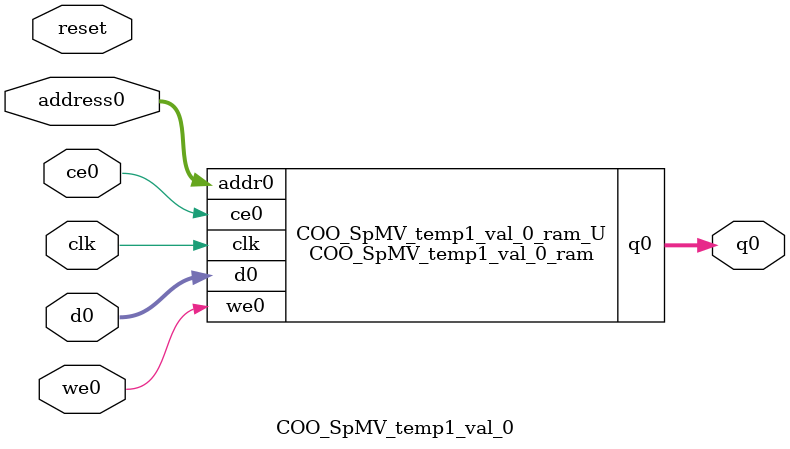
<source format=v>

`timescale 1 ns / 1 ps
module COO_SpMV_temp1_val_0_ram (addr0, ce0, d0, we0, q0,  clk);

parameter DWIDTH = 32;
parameter AWIDTH = 7;
parameter MEM_SIZE = 100;

input[AWIDTH-1:0] addr0;
input ce0;
input[DWIDTH-1:0] d0;
input we0;
output reg[DWIDTH-1:0] q0;
input clk;

(* ram_style = "block" *)reg [DWIDTH-1:0] ram[MEM_SIZE-1:0];




always @(posedge clk)  
begin 
    if (ce0) 
    begin
        if (we0) 
        begin 
            ram[addr0] <= d0; 
            q0 <= d0;
        end 
        else 
            q0 <= ram[addr0];
    end
end


endmodule


`timescale 1 ns / 1 ps
module COO_SpMV_temp1_val_0(
    reset,
    clk,
    address0,
    ce0,
    we0,
    d0,
    q0);

parameter DataWidth = 32'd32;
parameter AddressRange = 32'd100;
parameter AddressWidth = 32'd7;
input reset;
input clk;
input[AddressWidth - 1:0] address0;
input ce0;
input we0;
input[DataWidth - 1:0] d0;
output[DataWidth - 1:0] q0;



COO_SpMV_temp1_val_0_ram COO_SpMV_temp1_val_0_ram_U(
    .clk( clk ),
    .addr0( address0 ),
    .ce0( ce0 ),
    .d0( d0 ),
    .we0( we0 ),
    .q0( q0 ));

endmodule


</source>
